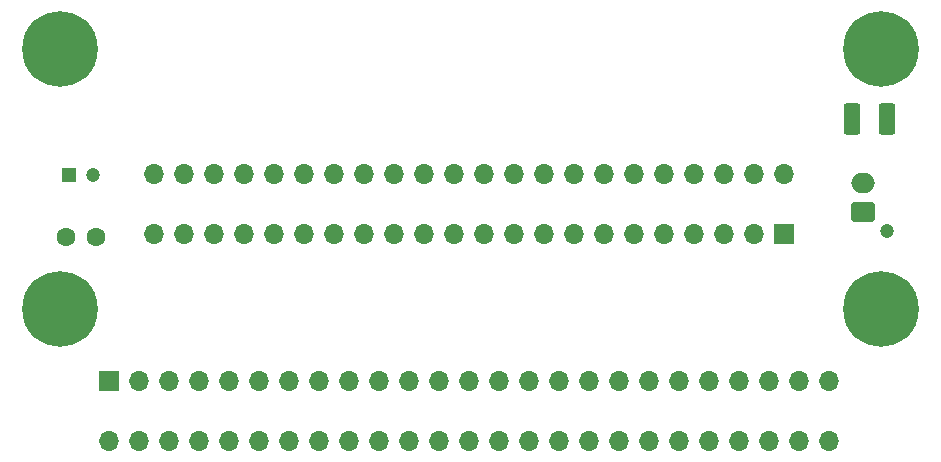
<source format=gbr>
G04 #@! TF.GenerationSoftware,KiCad,Pcbnew,(7.0.0-0)*
G04 #@! TF.CreationDate,2023-03-11T21:02:25+00:00*
G04 #@! TF.ProjectId,EXT700,45585437-3030-42e6-9b69-6361645f7063,rev?*
G04 #@! TF.SameCoordinates,Original*
G04 #@! TF.FileFunction,Soldermask,Top*
G04 #@! TF.FilePolarity,Negative*
%FSLAX46Y46*%
G04 Gerber Fmt 4.6, Leading zero omitted, Abs format (unit mm)*
G04 Created by KiCad (PCBNEW (7.0.0-0)) date 2023-03-11 21:02:25*
%MOMM*%
%LPD*%
G01*
G04 APERTURE LIST*
G04 Aperture macros list*
%AMRoundRect*
0 Rectangle with rounded corners*
0 $1 Rounding radius*
0 $2 $3 $4 $5 $6 $7 $8 $9 X,Y pos of 4 corners*
0 Add a 4 corners polygon primitive as box body*
4,1,4,$2,$3,$4,$5,$6,$7,$8,$9,$2,$3,0*
0 Add four circle primitives for the rounded corners*
1,1,$1+$1,$2,$3*
1,1,$1+$1,$4,$5*
1,1,$1+$1,$6,$7*
1,1,$1+$1,$8,$9*
0 Add four rect primitives between the rounded corners*
20,1,$1+$1,$2,$3,$4,$5,0*
20,1,$1+$1,$4,$5,$6,$7,0*
20,1,$1+$1,$6,$7,$8,$9,0*
20,1,$1+$1,$8,$9,$2,$3,0*%
G04 Aperture macros list end*
%ADD10O,1.700000X1.700000*%
%ADD11R,1.700000X1.700000*%
%ADD12R,1.200000X1.200000*%
%ADD13C,1.200000*%
%ADD14RoundRect,0.250000X0.750000X-0.600000X0.750000X0.600000X-0.750000X0.600000X-0.750000X-0.600000X0*%
%ADD15O,2.000000X1.700000*%
%ADD16C,0.800000*%
%ADD17C,6.400000*%
%ADD18RoundRect,0.250001X-0.462499X-1.074999X0.462499X-1.074999X0.462499X1.074999X-0.462499X1.074999X0*%
%ADD19C,1.600000*%
G04 APERTURE END LIST*
D10*
X135719999Y-86419999D03*
X135719999Y-91499999D03*
X138259999Y-86419999D03*
X138259999Y-91499999D03*
X140799999Y-86419999D03*
X140799999Y-91499999D03*
X143339999Y-86419999D03*
X143339999Y-91499999D03*
X145879999Y-86419999D03*
X145879999Y-91499999D03*
X148419999Y-86419999D03*
X148419999Y-91499999D03*
X150959999Y-86419999D03*
X150959999Y-91499999D03*
X153499999Y-86419999D03*
X153499999Y-91499999D03*
X156039999Y-86419999D03*
X156039999Y-91499999D03*
X158579999Y-86419999D03*
X158579999Y-91499999D03*
X161119999Y-86419999D03*
X161119999Y-91499999D03*
X163659999Y-86419999D03*
X163659999Y-91499999D03*
X166199999Y-86419999D03*
X166199999Y-91499999D03*
X168739999Y-86419999D03*
X168739999Y-91499999D03*
X171279999Y-86419999D03*
X171279999Y-91499999D03*
X173819999Y-86419999D03*
X173819999Y-91499999D03*
X176359999Y-86419999D03*
X176359999Y-91499999D03*
X178899999Y-86419999D03*
X178899999Y-91499999D03*
X181439999Y-86419999D03*
X181439999Y-91499999D03*
X183979999Y-86419999D03*
X183979999Y-91499999D03*
X186519999Y-86419999D03*
X186519999Y-91499999D03*
X189059999Y-86419999D03*
D11*
X189059999Y-91499999D03*
X131879999Y-103919999D03*
D10*
X131879999Y-108999999D03*
X134419999Y-103919999D03*
X134419999Y-108999999D03*
X136959999Y-103919999D03*
X136959999Y-108999999D03*
X139499999Y-103919999D03*
X139499999Y-108999999D03*
X142039999Y-103919999D03*
X142039999Y-108999999D03*
X144579999Y-103919999D03*
X144579999Y-108999999D03*
X147119999Y-103919999D03*
X147119999Y-108999999D03*
X149659999Y-103919999D03*
X149659999Y-108999999D03*
X152199999Y-103919999D03*
X152199999Y-108999999D03*
X154739999Y-103919999D03*
X154739999Y-108999999D03*
X157279999Y-103919999D03*
X157279999Y-108999999D03*
X159819999Y-103919999D03*
X159819999Y-108999999D03*
X162359999Y-103919999D03*
X162359999Y-108999999D03*
X164899999Y-103919999D03*
X164899999Y-108999999D03*
X167439999Y-103919999D03*
X167439999Y-108999999D03*
X169979999Y-103919999D03*
X169979999Y-108999999D03*
X172519999Y-103919999D03*
X172519999Y-108999999D03*
X175059999Y-103919999D03*
X175059999Y-108999999D03*
X177599999Y-103919999D03*
X177599999Y-108999999D03*
X180139999Y-103919999D03*
X180139999Y-108999999D03*
X182679999Y-103919999D03*
X182679999Y-108999999D03*
X185219999Y-103919999D03*
X185219999Y-108999999D03*
X187759999Y-103919999D03*
X187759999Y-108999999D03*
X190299999Y-103919999D03*
X190299999Y-108999999D03*
X192839999Y-103919999D03*
X192839999Y-108999999D03*
D12*
X128499999Y-86499999D03*
D13*
X130500000Y-86500000D03*
X197725000Y-91250000D03*
D14*
X195725000Y-89650000D03*
D15*
X195724999Y-87149999D03*
D16*
X194850000Y-97850000D03*
X195552944Y-96152944D03*
X195552944Y-99547056D03*
X197250000Y-95450000D03*
D17*
X197250000Y-97850000D03*
D16*
X197250000Y-100250000D03*
X198947056Y-96152944D03*
X198947056Y-99547056D03*
X199650000Y-97850000D03*
X125350000Y-75802900D03*
X126052944Y-74105844D03*
X126052944Y-77499956D03*
X127750000Y-73402900D03*
D17*
X127750000Y-75802900D03*
D16*
X127750000Y-78202900D03*
X129447056Y-74105844D03*
X129447056Y-77499956D03*
X130150000Y-75802900D03*
X194850000Y-75850000D03*
X195552944Y-74152944D03*
X195552944Y-77547056D03*
X197250000Y-73450000D03*
D17*
X197250000Y-75850000D03*
D16*
X197250000Y-78250000D03*
X198947056Y-74152944D03*
X198947056Y-77547056D03*
X199650000Y-75850000D03*
D18*
X194762500Y-81750000D03*
X197737500Y-81750000D03*
D16*
X125350000Y-97850000D03*
X126052944Y-96152944D03*
X126052944Y-99547056D03*
X127750000Y-95450000D03*
D17*
X127750000Y-97850000D03*
D16*
X127750000Y-100250000D03*
X129447056Y-96152944D03*
X129447056Y-99547056D03*
X130150000Y-97850000D03*
D19*
X128250000Y-91750000D03*
X130750000Y-91750000D03*
M02*

</source>
